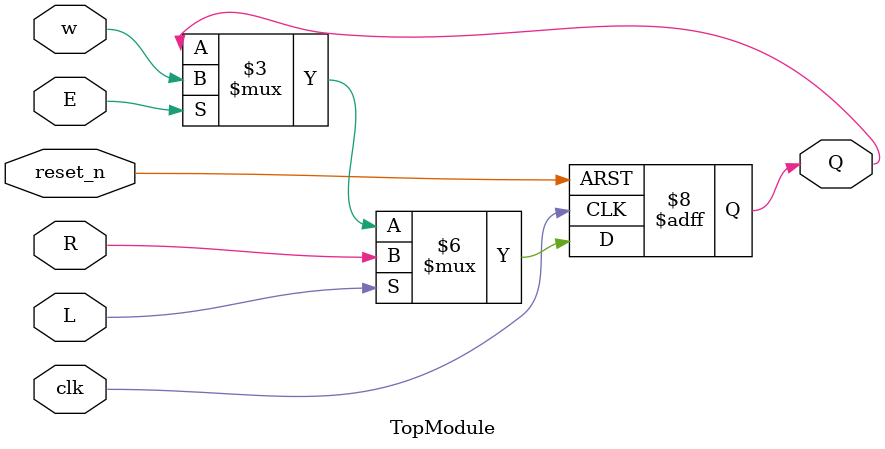
<source format=sv>
module TopModule (
    input logic clk,
    input logic reset_n,
    input logic w,
    input logic R,
    input logic E,
    input logic L,
    output logic Q
);

    always_ff @(posedge clk or negedge reset_n) begin
        if (!reset_n) begin
            Q <= 1'b0;
        end else if (L) begin
            Q <= R;
        end else if (E) begin
            Q <= w;
        end
    end

endmodule
</source>
